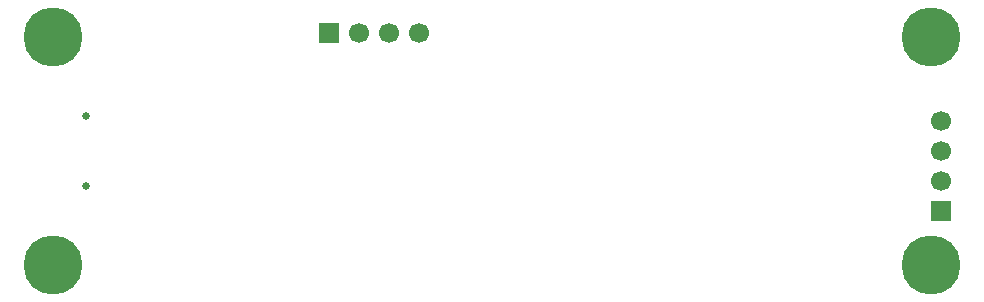
<source format=gbr>
%TF.GenerationSoftware,KiCad,Pcbnew,9.0.3*%
%TF.CreationDate,2025-11-24T21:16:14-05:00*%
%TF.ProjectId,RedPink_STM32C09_Board,52656450-696e-46b5-9f53-544d33324330,rev?*%
%TF.SameCoordinates,Original*%
%TF.FileFunction,Soldermask,Bot*%
%TF.FilePolarity,Negative*%
%FSLAX46Y46*%
G04 Gerber Fmt 4.6, Leading zero omitted, Abs format (unit mm)*
G04 Created by KiCad (PCBNEW 9.0.3) date 2025-11-24 21:16:14*
%MOMM*%
%LPD*%
G01*
G04 APERTURE LIST*
%ADD10C,5.000000*%
%ADD11R,1.700000X1.700000*%
%ADD12C,1.700000*%
%ADD13C,0.650000*%
G04 APERTURE END LIST*
D10*
%TO.C,H4*%
X114575000Y-77175000D03*
%TD*%
D11*
%TO.C,J2*%
X137965000Y-57500000D03*
D12*
X140505000Y-57500000D03*
X143045000Y-57500000D03*
X145585000Y-57500000D03*
%TD*%
D10*
%TO.C,H3*%
X114575000Y-57825000D03*
%TD*%
%TO.C,H2*%
X188925000Y-77175000D03*
%TD*%
D11*
%TO.C,J3*%
X189775000Y-72620000D03*
D12*
X189775000Y-70080000D03*
X189775000Y-67540000D03*
X189775000Y-65000000D03*
%TD*%
D13*
%TO.C,J1*%
X117338000Y-64500000D03*
X117338000Y-70500000D03*
%TD*%
D10*
%TO.C,H1*%
X188925000Y-57825000D03*
%TD*%
M02*

</source>
